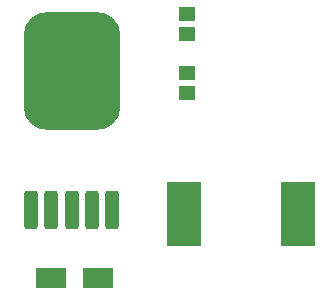
<source format=gtp>
G04*
G04 #@! TF.GenerationSoftware,Altium Limited,Altium Designer,21.3.2 (30)*
G04*
G04 Layer_Color=8421504*
%FSLAX25Y25*%
%MOIN*%
G70*
G04*
G04 #@! TF.SameCoordinates,97264966-10FB-41C2-9D5A-9FAD70EEB638*
G04*
G04*
G04 #@! TF.FilePolarity,Positive*
G04*
G01*
G75*
G04:AMPARAMS|DCode=12|XSize=47.24mil|YSize=129.92mil|CornerRadius=11.81mil|HoleSize=0mil|Usage=FLASHONLY|Rotation=0.000|XOffset=0mil|YOffset=0mil|HoleType=Round|Shape=RoundedRectangle|*
%AMROUNDEDRECTD12*
21,1,0.04724,0.10630,0,0,0.0*
21,1,0.02362,0.12992,0,0,0.0*
1,1,0.02362,0.01181,-0.05315*
1,1,0.02362,-0.01181,-0.05315*
1,1,0.02362,-0.01181,0.05315*
1,1,0.02362,0.01181,0.05315*
%
%ADD12ROUNDEDRECTD12*%
G04:AMPARAMS|DCode=13|XSize=322.84mil|YSize=393.7mil|CornerRadius=80.71mil|HoleSize=0mil|Usage=FLASHONLY|Rotation=0.000|XOffset=0mil|YOffset=0mil|HoleType=Round|Shape=RoundedRectangle|*
%AMROUNDEDRECTD13*
21,1,0.32284,0.23228,0,0,0.0*
21,1,0.16142,0.39370,0,0,0.0*
1,1,0.16142,0.08071,-0.11614*
1,1,0.16142,-0.08071,-0.11614*
1,1,0.16142,-0.08071,0.11614*
1,1,0.16142,0.08071,0.11614*
%
%ADD13ROUNDEDRECTD13*%
%ADD14R,0.05315X0.04528*%
%ADD15R,0.09843X0.06693*%
%ADD16R,0.11417X0.21260*%
D12*
X424500Y292320D02*
D03*
X431250D02*
D03*
X438000Y292179D02*
D03*
X444750Y292320D02*
D03*
X451500D02*
D03*
D13*
X438000Y338821D02*
D03*
D14*
X476378Y357776D02*
D03*
Y350886D02*
D03*
Y338090D02*
D03*
Y331201D02*
D03*
D15*
X446850Y269685D02*
D03*
X431102D02*
D03*
D16*
X513594Y291000D02*
D03*
X475406D02*
D03*
M02*

</source>
